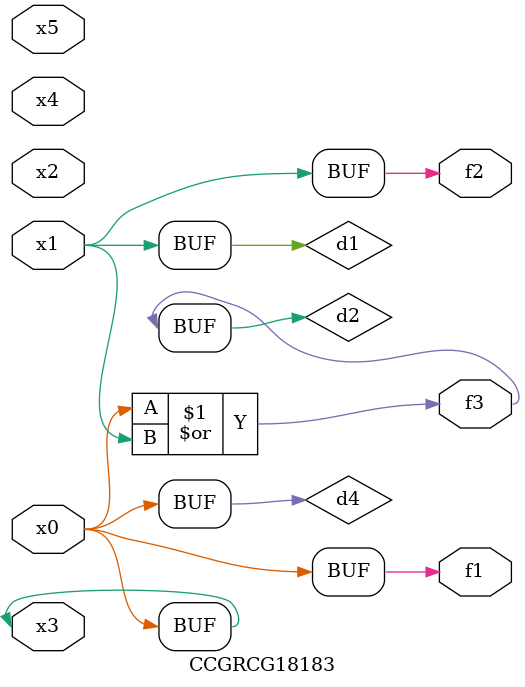
<source format=v>
module CCGRCG18183(
	input x0, x1, x2, x3, x4, x5,
	output f1, f2, f3
);

	wire d1, d2, d3, d4;

	and (d1, x1);
	or (d2, x0, x1);
	nand (d3, x0, x5);
	buf (d4, x0, x3);
	assign f1 = d4;
	assign f2 = d1;
	assign f3 = d2;
endmodule

</source>
